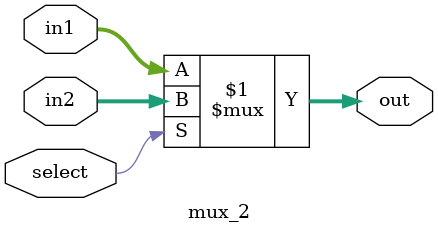
<source format=v>
module mux_2(in1, in2, select, out);

	input[31:0] in1, in2;
	input select;
	output [31:0] out;
	
	assign out = select ? in2 : in1;

endmodule

</source>
